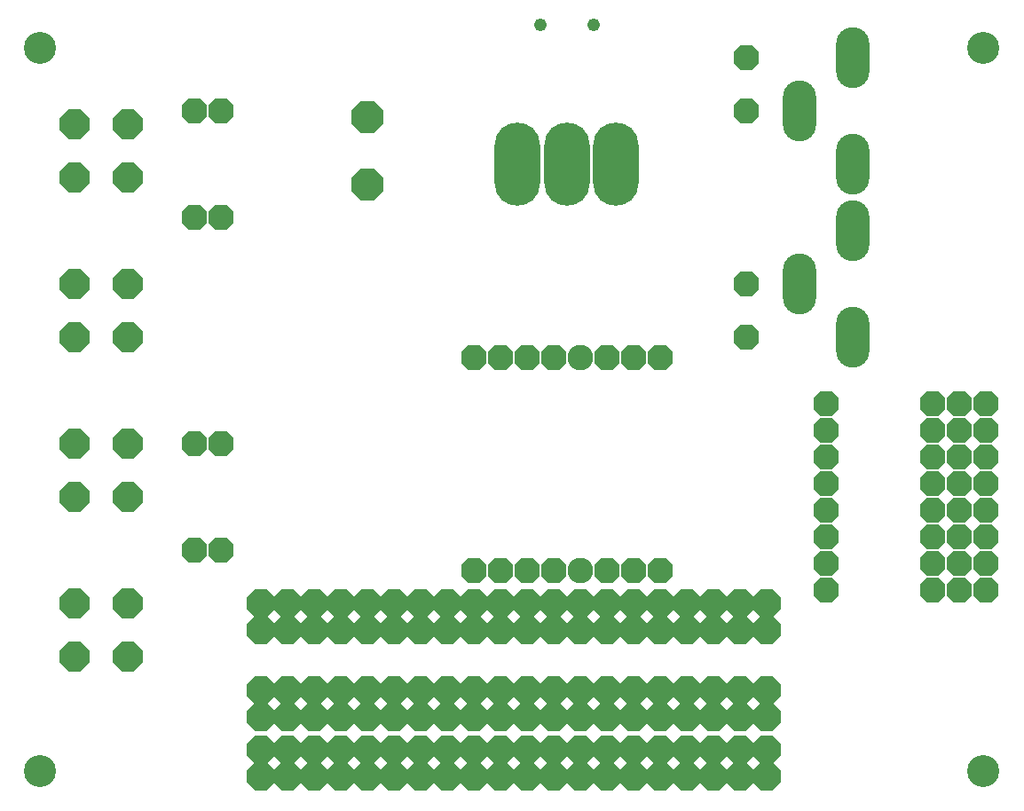
<source format=gbr>
G75*
G70*
%OFA0B0*%
%FSLAX24Y24*%
%IPPOS*%
%LPD*%
%AMOC8*
5,1,8,0,0,1.08239X$1,22.5*
%
%ADD10C,0.0480*%
%ADD11C,0.1200*%
%ADD12OC8,0.0960*%
%ADD13O,0.1704X0.3124*%
%ADD14OC8,0.1104*%
%ADD15OC8,0.1056*%
%ADD16OC8,0.1200*%
%ADD17O,0.1248X0.2288*%
%ADD18C,0.0960*%
D10*
X020906Y032313D03*
X022904Y032313D03*
D11*
X002120Y004307D03*
X002120Y031472D03*
X037553Y031472D03*
X037553Y004307D03*
D12*
X037651Y011088D03*
X036651Y011088D03*
X035651Y011088D03*
X035651Y012088D03*
X036651Y012088D03*
X037651Y012088D03*
X037651Y013088D03*
X036651Y013088D03*
X035651Y013088D03*
X035651Y014088D03*
X036651Y014088D03*
X037651Y014088D03*
X037651Y015088D03*
X036651Y015088D03*
X035651Y015088D03*
X035651Y016088D03*
X036651Y016088D03*
X037651Y016088D03*
X037651Y017088D03*
X036651Y017088D03*
X035651Y017088D03*
X035651Y018088D03*
X036651Y018088D03*
X037651Y018088D03*
X031651Y018088D03*
X031651Y017088D03*
X031651Y016088D03*
X031651Y015088D03*
X031651Y014088D03*
X031651Y013088D03*
X031651Y012088D03*
X031651Y011088D03*
X025401Y011838D03*
X024401Y011838D03*
X023401Y011838D03*
X021401Y011838D03*
X020401Y011838D03*
X019401Y011838D03*
X018401Y011838D03*
X018401Y019838D03*
X019401Y019838D03*
X020401Y019838D03*
X021401Y019838D03*
X023401Y019838D03*
X024401Y019838D03*
X025401Y019838D03*
X028651Y020588D03*
X028651Y022588D03*
X028651Y029088D03*
X028651Y031088D03*
X008901Y029088D03*
X007901Y029088D03*
X007901Y025088D03*
X008901Y025088D03*
X008901Y016588D03*
X007901Y016588D03*
X007901Y012588D03*
X008901Y012588D03*
D13*
X020051Y027088D03*
X021901Y027088D03*
X023751Y027088D03*
D14*
X005401Y026588D03*
X003401Y026588D03*
X003401Y028588D03*
X005401Y028588D03*
X005401Y022588D03*
X005401Y020588D03*
X003401Y020588D03*
X003401Y022588D03*
X003401Y016588D03*
X005401Y016588D03*
X005401Y014588D03*
X003401Y014588D03*
X003401Y010588D03*
X005401Y010588D03*
X005401Y008588D03*
X003401Y008588D03*
D15*
X010401Y009588D03*
X011401Y009588D03*
X012401Y009588D03*
X013401Y009588D03*
X014401Y009588D03*
X015401Y009588D03*
X016401Y009588D03*
X017401Y009588D03*
X018401Y009588D03*
X019401Y009588D03*
X020401Y009588D03*
X021401Y009588D03*
X022401Y009588D03*
X023401Y009588D03*
X024401Y009588D03*
X025401Y009588D03*
X026401Y009588D03*
X027401Y009588D03*
X028401Y009588D03*
X029401Y009588D03*
X029401Y010588D03*
X028401Y010588D03*
X027401Y010588D03*
X026401Y010588D03*
X025401Y010588D03*
X024401Y010588D03*
X023401Y010588D03*
X022401Y010588D03*
X021401Y010588D03*
X020401Y010588D03*
X019401Y010588D03*
X018401Y010588D03*
X017401Y010588D03*
X016401Y010588D03*
X015401Y010588D03*
X014401Y010588D03*
X013401Y010588D03*
X012401Y010588D03*
X011401Y010588D03*
X010401Y010588D03*
X010401Y007338D03*
X010401Y006338D03*
X011401Y006338D03*
X012401Y006338D03*
X013401Y006338D03*
X014401Y006338D03*
X015401Y006338D03*
X016401Y006338D03*
X017401Y006338D03*
X018401Y006338D03*
X019401Y006338D03*
X020401Y006338D03*
X021401Y006338D03*
X022401Y006338D03*
X023401Y006338D03*
X024401Y006338D03*
X025401Y006338D03*
X026401Y006338D03*
X027401Y006338D03*
X028401Y006338D03*
X029401Y006338D03*
X029401Y007338D03*
X028401Y007338D03*
X027401Y007338D03*
X026401Y007338D03*
X025401Y007338D03*
X024401Y007338D03*
X023401Y007338D03*
X022401Y007338D03*
X021401Y007338D03*
X020401Y007338D03*
X019401Y007338D03*
X018401Y007338D03*
X017401Y007338D03*
X016401Y007338D03*
X015401Y007338D03*
X014401Y007338D03*
X013401Y007338D03*
X012401Y007338D03*
X011401Y007338D03*
X011401Y005088D03*
X012401Y005088D03*
X012401Y004088D03*
X011401Y004088D03*
X010401Y004088D03*
X010401Y005088D03*
X013401Y005088D03*
X014401Y005088D03*
X014401Y004088D03*
X013401Y004088D03*
X015401Y004088D03*
X016401Y004088D03*
X017401Y004088D03*
X018401Y004088D03*
X019401Y004088D03*
X020401Y004088D03*
X021401Y004088D03*
X022401Y004088D03*
X023401Y004088D03*
X024401Y004088D03*
X025401Y004088D03*
X026401Y004088D03*
X027401Y004088D03*
X028401Y004088D03*
X029401Y004088D03*
X029401Y005088D03*
X028401Y005088D03*
X027401Y005088D03*
X026401Y005088D03*
X025401Y005088D03*
X024401Y005088D03*
X023401Y005088D03*
X022401Y005088D03*
X021401Y005088D03*
X020401Y005088D03*
X019401Y005088D03*
X018401Y005088D03*
X017401Y005088D03*
X016401Y005088D03*
X015401Y005088D03*
D16*
X014401Y026308D03*
X014401Y028868D03*
D17*
X030651Y029088D03*
X032651Y027088D03*
X032651Y024588D03*
X030651Y022588D03*
X032651Y020588D03*
X032651Y031088D03*
D18*
X022401Y019838D03*
X022401Y011838D03*
M02*

</source>
